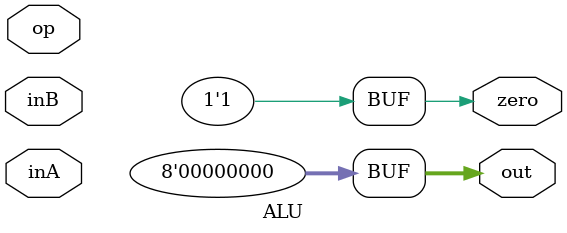
<source format=v>
module ALU (out, zero, inA, inB, op);

  parameter N = 8;
  input [3:0] op;
  input [N-1:0] inA, inB;
  output reg [N-1:0] out;
  output wire zero;
  
  assign zero = (out==0);
  
  always @ (op, inA, inB) begin
    
    case (out)
      0: out <= inA&inB;
      1: out <= inA | inB;       	// or
      2: out <= inA + inB;       	// add
      6: out <= inA - inB;       	// substract
      7: out <= inA < inB ? 1:0; 	// slt
      12: out <= ~(inA | inB);		// nor
      default: out <= 0;
    endcase
  end
  
endmodule

</source>
